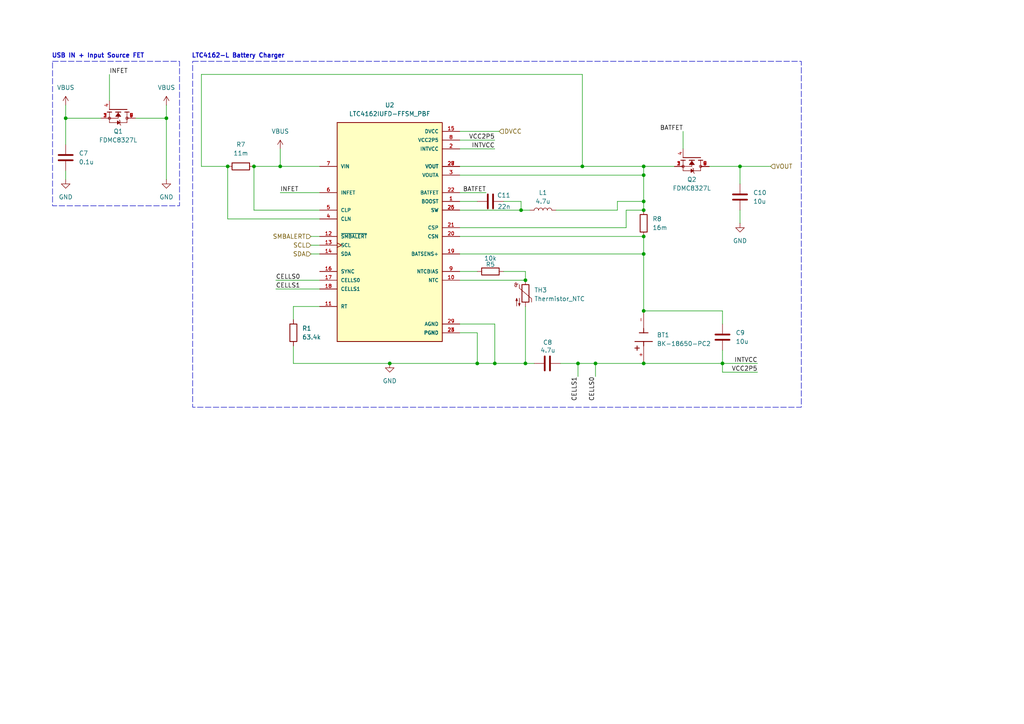
<source format=kicad_sch>
(kicad_sch (version 20250114) (generator "eeschema") (generator_version "9.0")
  (paper "A4")
  (lib_symbols
    (symbol "BK-18650-PC2:BK-18650-PC2" (pin_names (offset 1.016))
      (property "Reference" "BT" (at -3.81 3.81 0))
      (property "Value" "BK-18650-PC2" (at -3.81 -5.08 0))
      (symbol "BK-18650-PC2_0_0"
        (polyline (pts (xy -3.81 1.905) (xy -2.54 1.905)) (stroke (width 0.254)))
        (polyline (pts (xy -3.175 2.54) (xy -3.175 1.27)) (stroke (width 0.254)))
        (polyline (pts (xy -1.27 2.54) (xy -1.27 0)) (stroke (width 0.254)))
        (polyline (pts (xy -1.27 0) (xy -2.54 0)) (stroke (width 0.254)))
        (polyline (pts (xy -1.27 0) (xy -1.27 -2.54)) (stroke (width 0.254)))
        (polyline (pts (xy 1.27 1.27) (xy 1.27 0)) (stroke (width 0.254)))
        (polyline (pts (xy 1.27 0) (xy 1.27 -1.27)) (stroke (width 0.254)))
        (polyline (pts (xy 1.27 0) (xy 2.54 0)) (stroke (width 0.254)))
        (pin passive line (at -7.62 0 0) (length 5.08) (name "~") (number "+"))
        (pin passive line (at 7.62 0 180) (length 5.08) (name "~") (number "-"))
      )
    )
    (symbol "Device:C" (pin_numbers (hide yes)) (pin_names (offset 0.254))
      (property "Reference" "C" (at 0.635 2.54 0))
      (property "Value" "C" (at 0.635 -2.54 0))
      (symbol "C_0_1"
        (polyline (pts (xy -2.032 0.762) (xy 2.032 0.762)) (stroke (width 0.508)))
        (polyline (pts (xy -2.032 -0.762) (xy 2.032 -0.762)) (stroke (width 0.508)))
      )
      (symbol "C_1_1"
        (pin passive line (at 0 3.81 270) (length 2.794) (name "~") (number "1"))
        (pin passive line (at 0 -3.81 90) (length 2.794) (name "~") (number "2"))
      )
    )
    (symbol "Device:L" (pin_numbers (hide yes)) (pin_names (offset 1.016) (hide yes))
      (property "Reference" "L" (at -1.27 0 90))
      (property "Value" "L" (at 1.905 0 90))
      (symbol "L_0_1"
        (arc (start 0 2.54) (mid 0.6323 1.905) (end 0 1.27))
        (arc (start 0 1.27) (mid 0.6323 0.635) (end 0 0))
        (arc (start 0 0) (mid 0.6323 -0.635) (end 0 -1.27))
        (arc (start 0 -1.27) (mid 0.6323 -1.905) (end 0 -2.54))
      )
      (symbol "L_1_1"
        (pin passive line (at 0 3.81 270) (length 1.27) (name "1") (number "1"))
        (pin passive line (at 0 -3.81 90) (length 1.27) (name "2") (number "2"))
      )
    )
    (symbol "Device:R" (pin_numbers (hide yes)) (pin_names (offset 0))
      (property "Reference" "R" (at 2.032 0 90))
      (property "Value" "R" (at 0 0 90))
      (symbol "R_0_1"
        (rectangle (start -1.016 -2.54) (end 1.016 2.54) (stroke (width 0.254)))
      )
      (symbol "R_1_1"
        (pin passive line (at 0 3.81 270) (length 1.27) (name "~") (number "1"))
        (pin passive line (at 0 -3.81 90) (length 1.27) (name "~") (number "2"))
      )
    )
    (symbol "Device:Thermistor_NTC" (pin_numbers (hide yes)) (pin_names (offset 0))
      (property "Reference" "TH" (at -4.445 0 90))
      (property "Value" "Thermistor_NTC" (at 3.175 0 90))
      (symbol "Thermistor_NTC_0_1"
        (arc (start -3.175 2.413) (mid -3.0506 2.3165) (end -3.048 2.159))
        (arc (start -3.048 2.794) (mid -2.9736 2.9736) (end -2.794 3.048))
        (arc (start -2.794 3.048) (mid -2.6144 2.9736) (end -2.54 2.794))
        (arc (start -2.794 2.54) (mid -2.9736 2.6144) (end -3.048 2.794))
        (arc (start -2.794 1.905) (mid -2.9736 1.9794) (end -3.048 2.159))
        (arc (start -2.54 2.159) (mid -2.6144 1.9794) (end -2.794 1.905))
        (arc (start -2.159 2.794) (mid -2.434 2.5608) (end -2.794 2.54))
        (polyline (pts (xy -2.54 2.159) (xy -2.54 2.794)))
        (polyline (pts (xy -2.54 -3.683) (xy -2.54 -1.397) (xy -2.794 -2.159) (xy -2.286 -2.159) (xy -2.54 -1.397) (xy -2.54 -1.651)) (fill (type outline)))
        (polyline (pts (xy -1.778 2.54) (xy -1.778 1.524) (xy 1.778 -1.524) (xy 1.778 -2.54)))
        (polyline (pts (xy -1.778 -1.397) (xy -1.778 -3.683) (xy -2.032 -2.921) (xy -1.524 -2.921) (xy -1.778 -3.683) (xy -1.778 -3.429)) (fill (type outline)))
        (rectangle (start -1.016 2.54) (end 1.016 -2.54) (stroke (width 0.254)))
      )
      (symbol "Thermistor_NTC_1_1"
        (pin passive line (at 0 3.81 270) (length 1.27) (name "~") (number "1"))
        (pin passive line (at 0 -3.81 90) (length 1.27) (name "~") (number "2"))
      )
    )
    (symbol "FDMC8327L:FDMC8327L" (pin_names (offset 1.016))
      (property "Reference" "Q" (at -8.89 2.54 0))
      (property "Value" "FDMC8327L" (at -8.89 -7.62 0))
      (symbol "FDMC8327L_0_0"
        (polyline (pts (xy 0 2.54) (xy 0 -2.54)) (stroke (width 0.254)))
        (polyline (pts (xy 0.762 3.175) (xy 0.762 2.54)) (stroke (width 0.254)))
        (polyline (pts (xy 0.762 2.54) (xy 0.762 1.905)) (stroke (width 0.254)))
        (polyline (pts (xy 0.762 2.54) (xy 3.81 2.54)) (stroke (width 0.1524)))
        (polyline (pts (xy 0.762 0.762) (xy 0.762 0)) (stroke (width 0.254)))
        (polyline (pts (xy 0.762 0) (xy 0.762 -0.762)) (stroke (width 0.254)))
        (polyline (pts (xy 0.762 0) (xy 2.54 0)) (stroke (width 0.1524)))
        (polyline (pts (xy 0.762 -1.905) (xy 0.762 -2.54)) (stroke (width 0.254)))
        (polyline (pts (xy 0.762 -2.54) (xy 0.762 -3.175)) (stroke (width 0.254)))
        (polyline (pts (xy 1.016 0) (xy 2.032 0.762) (xy 2.032 -0.762) (xy 1.016 0)) (stroke (width 0.1524)) (fill (type outline)))
        (circle (center 2.54 2.54) (radius 0.3592))
        (polyline (pts (xy 2.54 0) (xy 2.54 -2.54)) (stroke (width 0.1524)))
        (polyline (pts (xy 2.54 -2.54) (xy 0.762 -2.54)) (stroke (width 0.1524)))
        (polyline (pts (xy 2.54 -2.54) (xy 3.81 -2.54)) (stroke (width 0.1524)))
        (circle (center 2.54 -2.54) (radius 0.3592))
        (polyline (pts (xy 3.302 0.508) (xy 3.048 0.254)) (stroke (width 0.1524)))
        (polyline (pts (xy 3.81 2.54) (xy 3.81 0.508)) (stroke (width 0.1524)))
        (polyline (pts (xy 3.81 0.508) (xy 3.302 0.508)) (stroke (width 0.1524)))
        (polyline (pts (xy 3.81 0.508) (xy 3.81 -2.54)) (stroke (width 0.1524)))
        (polyline (pts (xy 3.81 0.508) (xy 3.302 -0.254) (xy 4.318 -0.254) (xy 3.81 0.508)) (stroke (width 0.1524)) (fill (type outline)))
        (polyline (pts (xy 4.318 0.508) (xy 3.81 0.508)) (stroke (width 0.1524)))
        (polyline (pts (xy 4.572 0.762) (xy 4.318 0.508)) (stroke (width 0.1524)))
        (pin passive line (at -2.54 -2.54 0) (length 2.54) (name "~") (number "4"))
        (pin passive line (at 2.54 5.08 270) (length 2.54) (name "~") (number "5"))
        (pin passive line (at 2.54 5.08 270) (length 2.54) (name "~") (number "6"))
        (pin passive line (at 2.54 5.08 270) (length 2.54) (name "~") (number "7"))
        (pin passive line (at 2.54 5.08 270) (length 2.54) (name "~") (number "8"))
        (pin passive line (at 2.54 5.08 270) (length 2.54) (name "~") (number "9"))
        (pin passive line (at 2.54 -5.08 90) (length 2.54) (name "~") (number "1"))
        (pin passive line (at 2.54 -5.08 90) (length 2.54) (name "~") (number "2"))
        (pin passive line (at 2.54 -5.08 90) (length 2.54) (name "~") (number "3"))
      )
    )
    (symbol "LTC4162IUFD-FFSM_PBF:LTC4162IUFD-FFSM_PBF" (pin_names (offset 1.016))
      (property "Reference" "U" (at -15.24 31.242 0))
      (property "Value" "LTC4162IUFD-FFSM_PBF" (at -15.24 -35.56 0))
      (symbol "LTC4162IUFD-FFSM_PBF_0_0"
        (rectangle (start -15.24 -33.02) (end 15.24 30.48) (stroke (width 0.254)) (fill (type background)))
        (pin input line (at -20.32 17.78 0) (length 5.08) (name "VIN") (number "7"))
        (pin output line (at -20.32 10.16 0) (length 5.08) (name "INFET") (number "6"))
        (pin input line (at -20.32 5.08 0) (length 5.08) (name "CLP") (number "5"))
        (pin input line (at -20.32 2.54 0) (length 5.08) (name "CLN") (number "4"))
        (pin output line (at -20.32 -2.54 0) (length 5.08) (name "~{SMBALERT}") (number "12"))
        (pin input clock (at -20.32 -5.08 0) (length 5.08) (name "SCL") (number "13"))
        (pin bidirectional line (at -20.32 -7.62 0) (length 5.08) (name "SDA") (number "14"))
        (pin input line (at -20.32 -12.7 0) (length 5.08) (name "SYNC") (number "16"))
        (pin input line (at -20.32 -15.24 0) (length 5.08) (name "CELLS0") (number "17"))
        (pin input line (at -20.32 -17.78 0) (length 5.08) (name "CELLS1") (number "18"))
        (pin passive line (at -20.32 -22.86 0) (length 5.08) (name "RT") (number "11"))
        (pin power_in line (at 20.32 27.94 180) (length 5.08) (name "DVCC") (number "15"))
        (pin power_in line (at 20.32 25.4 180) (length 5.08) (name "VCC2P5") (number "8"))
        (pin power_in line (at 20.32 22.86 180) (length 5.08) (name "INTVCC") (number "2"))
        (pin output line (at 20.32 17.78 180) (length 5.08) (name "VOUT") (number "27"))
        (pin output line (at 20.32 17.78 180) (length 5.08) (name "VOUT") (number "28"))
        (pin output line (at 20.32 15.24 180) (length 5.08) (name "VOUTA") (number "3"))
        (pin input line (at 20.32 10.16 180) (length 5.08) (name "BATFET") (number "22"))
        (pin passive line (at 20.32 7.62 180) (length 5.08) (name "BOOST") (number "1"))
        (pin bidirectional line (at 20.32 5.08 180) (length 5.08) (name "SW") (number "25"))
        (pin bidirectional line (at 20.32 5.08 180) (length 5.08) (name "SW") (number "26"))
        (pin input line (at 20.32 0 180) (length 5.08) (name "CSP") (number "21"))
        (pin input line (at 20.32 -2.54 180) (length 5.08) (name "CSN") (number "20"))
        (pin passive line (at 20.32 -7.62 180) (length 5.08) (name "BATSENS+") (number "19"))
        (pin output line (at 20.32 -12.7 180) (length 5.08) (name "NTCBIAS") (number "9"))
        (pin input line (at 20.32 -15.24 180) (length 5.08) (name "NTC") (number "10"))
        (pin power_in line (at 20.32 -27.94 180) (length 5.08) (name "AGND") (number "29"))
        (pin power_in line (at 20.32 -30.48 180) (length 5.08) (name "PGND") (number "23"))
        (pin power_in line (at 20.32 -30.48 180) (length 5.08) (name "PGND") (number "24"))
      )
    )
    (symbol "power:GND" (power) (pin_numbers (hide yes)) (pin_names (offset 0) (hide yes))
      (property "Value" "GND" (at 0 -3.81 0))
      (symbol "GND_0_1"
        (polyline (pts (xy 0 0) (xy 0 -1.27) (xy 1.27 -1.27) (xy 0 -2.54) (xy -1.27 -1.27) (xy 0 -1.27)))
      )
      (symbol "GND_1_1"
        (pin power_in line (at 0 0 270) (length 0) (name "~") (number "1"))
      )
    )
    (symbol "power:VBUS" (power) (pin_numbers (hide yes)) (pin_names (offset 0) (hide yes))
      (property "Value" "VBUS" (at 0 3.556 0))
      (symbol "VBUS_0_1"
        (polyline (pts (xy -0.762 1.27) (xy 0 2.54)))
        (polyline (pts (xy 0 2.54) (xy 0.762 1.27)))
        (polyline (pts (xy 0 0) (xy 0 2.54)))
      )
      (symbol "VBUS_1_1"
        (pin power_in line (at 0 0 90) (length 0) (name "~") (number "1"))
      )
    )
  )
  (rectangle (start 55.88 17.78) (end 232.41 118.11) (stroke (width 0) (type dash)))
  (rectangle (start 15.24 17.78) (end 52.07 59.69) (stroke (width 0) (type dash)))
  (text "LTC4162-L Battery Charger" (at 69.088 16.256 0) (effects (font (size 1.27 1.27) (thickness 0.254) (bold yes))))
  (text "USB IN + Input Source FET" (at 28.448 16.256 0) (effects (font (size 1.27 1.27) (thickness 0.254) (bold yes))))
  (junction (at 138.43 105.41))
  (junction (at 73.66 48.26))
  (junction (at 113.03 105.41))
  (junction (at 81.28 48.26))
  (junction (at 152.4 105.41))
  (junction (at 172.72 105.41))
  (junction (at 151.13 60.96))
  (junction (at 152.4 81.28))
  (junction (at 186.69 58.42))
  (junction (at 143.51 105.41))
  (junction (at 186.69 68.58))
  (junction (at 167.64 105.41))
  (junction (at 209.55 105.41))
  (junction (at 186.69 73.66))
  (junction (at 186.69 48.26))
  (junction (at 214.63 48.26))
  (junction (at 19.05 34.29))
  (junction (at 168.91 48.26))
  (junction (at 48.26 34.29))
  (junction (at 186.69 60.96))
  (junction (at 186.69 50.8))
  (junction (at 186.69 105.41))
  (junction (at 66.04 48.26))
  (junction (at 186.69 90.17))
  (wire (pts (xy 90.17 71.12) (xy 92.71 71.12)))
  (wire (pts (xy 152.4 88.9) (xy 152.4 105.41)))
  (wire (pts (xy 167.64 105.41) (xy 167.64 109.22)))
  (wire (pts (xy 186.69 90.17) (xy 209.55 90.17)))
  (wire (pts (xy 81.28 43.18) (xy 81.28 48.26)))
  (wire (pts (xy 133.35 50.8) (xy 186.69 50.8)))
  (wire (pts (xy 186.69 50.8) (xy 186.69 48.26)))
  (wire (pts (xy 209.55 105.41) (xy 209.55 107.95)))
  (wire (pts (xy 81.28 55.88) (xy 92.71 55.88)))
  (wire (pts (xy 146.05 78.74) (xy 152.4 78.74)))
  (wire (pts (xy 66.04 63.5) (xy 66.04 48.26)))
  (wire (pts (xy 143.51 93.98) (xy 143.51 105.41)))
  (wire (pts (xy 133.35 58.42) (xy 138.43 58.42)))
  (wire (pts (xy 48.26 34.29) (xy 48.26 30.48)))
  (wire (pts (xy 19.05 49.53) (xy 19.05 52.07)))
  (wire (pts (xy 168.91 21.59) (xy 168.91 48.26)))
  (wire (pts (xy 181.61 60.96) (xy 186.69 60.96)))
  (wire (pts (xy 133.35 48.26) (xy 168.91 48.26)))
  (wire (pts (xy 209.55 105.41) (xy 186.69 105.41)))
  (wire (pts (xy 172.72 105.41) (xy 186.69 105.41)))
  (wire (pts (xy 19.05 34.29) (xy 19.05 41.91)))
  (wire (pts (xy 167.64 105.41) (xy 172.72 105.41)))
  (wire (pts (xy 58.42 48.26) (xy 58.42 21.59)))
  (wire (pts (xy 152.4 78.74) (xy 152.4 81.28)))
  (wire (pts (xy 181.61 66.04) (xy 181.61 60.96)))
  (wire (pts (xy 66.04 48.26) (xy 58.42 48.26)))
  (wire (pts (xy 214.63 60.96) (xy 214.63 64.77)))
  (wire (pts (xy 214.63 48.26) (xy 214.63 53.34)))
  (wire (pts (xy 133.35 60.96) (xy 151.13 60.96)))
  (wire (pts (xy 48.26 34.29) (xy 48.26 52.07)))
  (wire (pts (xy 90.17 73.66) (xy 92.71 73.66)))
  (wire (pts (xy 133.35 81.28) (xy 152.4 81.28)))
  (wire (pts (xy 209.55 101.6) (xy 209.55 105.41)))
  (wire (pts (xy 151.13 58.42) (xy 151.13 60.96)))
  (wire (pts (xy 143.51 105.41) (xy 138.43 105.41)))
  (wire (pts (xy 179.07 60.96) (xy 179.07 58.42)))
  (wire (pts (xy 92.71 63.5) (xy 66.04 63.5)))
  (wire (pts (xy 214.63 48.26) (xy 223.52 48.26)))
  (wire (pts (xy 172.72 105.41) (xy 172.72 109.22)))
  (wire (pts (xy 81.28 48.26) (xy 92.71 48.26)))
  (wire (pts (xy 19.05 30.48) (xy 19.05 34.29)))
  (wire (pts (xy 186.69 73.66) (xy 186.69 90.17)))
  (wire (pts (xy 133.35 93.98) (xy 143.51 93.98)))
  (wire (pts (xy 85.09 105.41) (xy 113.03 105.41)))
  (wire (pts (xy 186.69 48.26) (xy 195.58 48.26)))
  (wire (pts (xy 146.05 58.42) (xy 151.13 58.42)))
  (wire (pts (xy 80.01 83.82) (xy 92.71 83.82)))
  (wire (pts (xy 133.35 66.04) (xy 181.61 66.04)))
  (wire (pts (xy 179.07 58.42) (xy 186.69 58.42)))
  (wire (pts (xy 58.42 21.59) (xy 168.91 21.59)))
  (wire (pts (xy 73.66 60.96) (xy 73.66 48.26)))
  (wire (pts (xy 39.37 34.29) (xy 48.26 34.29)))
  (wire (pts (xy 73.66 48.26) (xy 81.28 48.26)))
  (wire (pts (xy 85.09 100.33) (xy 85.09 105.41)))
  (wire (pts (xy 133.35 96.52) (xy 138.43 96.52)))
  (wire (pts (xy 144.78 38.1) (xy 133.35 38.1)))
  (wire (pts (xy 162.56 105.41) (xy 167.64 105.41)))
  (wire (pts (xy 92.71 88.9) (xy 85.09 88.9)))
  (wire (pts (xy 138.43 105.41) (xy 113.03 105.41)))
  (wire (pts (xy 133.35 73.66) (xy 186.69 73.66)))
  (wire (pts (xy 186.69 58.42) (xy 186.69 50.8)))
  (wire (pts (xy 161.29 60.96) (xy 179.07 60.96)))
  (wire (pts (xy 31.75 21.59) (xy 31.75 29.21)))
  (wire (pts (xy 209.55 90.17) (xy 209.55 93.98)))
  (wire (pts (xy 133.35 43.18) (xy 143.51 43.18)))
  (wire (pts (xy 138.43 96.52) (xy 138.43 105.41)))
  (wire (pts (xy 90.17 68.58) (xy 92.71 68.58)))
  (wire (pts (xy 92.71 60.96) (xy 73.66 60.96)))
  (wire (pts (xy 80.01 81.28) (xy 92.71 81.28)))
  (wire (pts (xy 133.35 78.74) (xy 138.43 78.74)))
  (wire (pts (xy 198.12 38.1) (xy 198.12 43.18)))
  (wire (pts (xy 133.35 68.58) (xy 186.69 68.58)))
  (wire (pts (xy 19.05 34.29) (xy 29.21 34.29)))
  (wire (pts (xy 186.69 60.96) (xy 186.69 58.42)))
  (wire (pts (xy 143.51 105.41) (xy 152.4 105.41)))
  (wire (pts (xy 219.71 105.41) (xy 209.55 105.41)))
  (wire (pts (xy 186.69 73.66) (xy 186.69 68.58)))
  (wire (pts (xy 133.35 55.88) (xy 140.97 55.88)))
  (wire (pts (xy 85.09 88.9) (xy 85.09 92.71)))
  (wire (pts (xy 219.71 107.95) (xy 209.55 107.95)))
  (wire (pts (xy 152.4 105.41) (xy 154.94 105.41)))
  (wire (pts (xy 151.13 60.96) (xy 153.67 60.96)))
  (wire (pts (xy 205.74 48.26) (xy 214.63 48.26)))
  (wire (pts (xy 133.35 40.64) (xy 143.51 40.64)))
  (wire (pts (xy 168.91 48.26) (xy 186.69 48.26)))
  (label "INFET" (at 81.28 55.88 0))
  (label "CELLS0" (at 80.01 81.28 0))
  (label "CELLS0" (at 172.72 109.22 270))
  (label "INFET" (at 31.75 21.59 0))
  (label "INTVCC" (at 219.71 105.41 180))
  (label "BATFET" (at 198.12 38.1 180))
  (label "CELLS1" (at 167.64 109.22 270))
  (label "VCC2P5" (at 143.51 40.64 180))
  (label "VCC2P5" (at 219.71 107.95 180))
  (label "CELLS1" (at 80.01 83.82 0))
  (label "BATFET" (at 140.97 55.88 180))
  (label "INTVCC" (at 143.51 43.18 180))
  (hierarchical_label "SCL" (shape input) (at 90.17 71.12 180))
  (hierarchical_label "DVCC" (shape input) (at 144.78 38.1 0))
  (hierarchical_label "SMBALERT" (shape input) (at 90.17 68.58 180))
  (hierarchical_label "SDA" (shape input) (at 90.17 73.66 180))
  (hierarchical_label "VOUT" (shape input) (at 223.52 48.26 0))
  (symbol (lib_id "Device:C") (at 19.05 45.72 0) (unit 1)
    (property "Reference" "C7" (at 22.86 44.4499 0) (effects (justify left)))
    (property "Value" "0.1u" (at 22.86 46.9899 0) (effects (justify left)))
    (property "Description" "Unpolarized capacitor" (effects (hide yes)))
  )
  (symbol (lib_id "Device:R") (at 186.69 64.77 180) (unit 1)
    (property "Reference" "R8" (at 189.23 63.4999 0) (effects (justify right)))
    (property "Value" "16m" (at 189.23 66.0399 0) (effects (justify right)))
    (property "Description" "Resistor" (effects (hide yes)))
  )
  (symbol (lib_id "FDMC8327L:FDMC8327L") (at 200.66 45.72 270) (unit 1)
    (property "Reference" "Q2" (at 200.66 52.07 90))
    (property "Value" "FDMC8327L" (at 200.66 54.61 90))
    (property "Footprint" "FDMC8327L:TRANS_FDMC8327L" (effects (hide yes)))
    (property "MF" "Fairchild Semiconductor" (effects (hide yes)))
    (property "DESCRIPTION" "MOSFET Transistor, N Channel, 14 A, 40 V, 0.0074 ohm, 10 V, 1.7 V" (effects (hide yes)))
    (property "PACKAGE" "PowerWDFN-8 ON Semiconductor" (effects (hide yes)))
    (property "PRICE" "None" (effects (hide yes)))
    (property "Package" "None" (effects (hide yes)))
    (property "Check_prices" "https://www.snapeda.com/parts/FDMC8327L/Fairchild+Imaging/view-part/?ref=eda" (effects (hide yes)))
    (property "STANDARD" "Manufacturer Recommendation" (effects (hide yes)))
    (property "SnapEDA_Link" "https://www.snapeda.com/parts/FDMC8327L/Fairchild+Imaging/view-part/?ref=snap" (effects (hide yes)))
    (property "MP" "FDMC8327L" (effects (hide yes)))
    (property "Price" "None" (effects (hide yes)))
    (property "Availability" "In Stock" (effects (hide yes)))
    (property "AVAILABILITY" "Unavailable" (effects (hide yes)))
    (property "Description_1" "N-Channel 40 V 12A (Ta), 14A (Tc) 2.3W (Ta), 30W (Tc) Surface Mount 8-MLP (3.3x3.3)" (effects (hide yes)))
  )
  (symbol (lib_id "Device:C") (at 214.63 57.15 0) (unit 1)
    (property "Reference" "C10" (at 218.44 55.8799 0) (effects (justify left)))
    (property "Value" "10u" (at 218.44 58.4199 0) (effects (justify left)))
    (property "Description" "Unpolarized capacitor" (effects (hide yes)))
  )
  (symbol (lib_id "Device:C") (at 209.55 97.79 0) (unit 1)
    (property "Reference" "C9" (at 213.36 96.5199 0) (effects (justify left)))
    (property "Value" "10u" (at 213.36 99.0599 0) (effects (justify left)))
    (property "Description" "Unpolarized capacitor" (effects (hide yes)))
  )
  (symbol (lib_id "BK-18650-PC2:BK-18650-PC2") (at 186.69 97.79 90) (unit 1)
    (property "Reference" "BT1" (at 190.5 97.1549 90) (effects (justify right)))
    (property "Value" "BK-18650-PC2" (at 190.5 99.6949 90) (effects (justify right)))
    (property "Footprint" "BK-18650-PC2:BAT_BK-18650-PC2" (effects (hide yes)))
    (property "MF" "MPD (Memory" (effects (hide yes)))
    (property "MAXIMUM_PACKAGE_HEIGHT" "21.41 mm" (effects (hide yes)))
    (property "Package" "DFN-14 MPD (Memory Protection Devices)" (effects (hide yes)))
    (property "Price" "None" (effects (hide yes)))
    (property "Check_prices" "https://www.snapeda.com/parts/BK-18650-PC2/MPD/view-part/?ref=eda" (effects (hide yes)))
    (property "STANDARD" "Manufacturer Recommendations" (effects (hide yes)))
    (property "PARTREV" "F" (effects (hide yes)))
    (property "SnapEDA_Link" "https://www.snapeda.com/parts/BK-18650-PC2/MPD/view-part/?ref=snap" (effects (hide yes)))
    (property "MP" "BK-18650-PC2" (effects (hide yes)))
    (property "Description_1" "Battery Holder (Open) 18650 1 Cell PC Pin" (effects (hide yes)))
    (property "Availability" "In Stock" (effects (hide yes)))
    (property "MANUFACTURER" "MPD" (effects (hide yes)))
  )
  (symbol (lib_id "FDMC8327L:FDMC8327L") (at 34.29 31.75 270) (unit 1)
    (property "Reference" "Q1" (at 34.29 38.1 90))
    (property "Value" "FDMC8327L" (at 34.29 40.64 90))
    (property "Footprint" "FDMC8327L:TRANS_FDMC8327L" (effects (hide yes)))
    (property "MF" "Fairchild Semiconductor" (effects (hide yes)))
    (property "DESCRIPTION" "MOSFET Transistor, N Channel, 14 A, 40 V, 0.0074 ohm, 10 V, 1.7 V" (effects (hide yes)))
    (property "PACKAGE" "PowerWDFN-8 ON Semiconductor" (effects (hide yes)))
    (property "PRICE" "None" (effects (hide yes)))
    (property "Package" "None" (effects (hide yes)))
    (property "Check_prices" "https://www.snapeda.com/parts/FDMC8327L/Fairchild+Imaging/view-part/?ref=eda" (effects (hide yes)))
    (property "STANDARD" "Manufacturer Recommendation" (effects (hide yes)))
    (property "SnapEDA_Link" "https://www.snapeda.com/parts/FDMC8327L/Fairchild+Imaging/view-part/?ref=snap" (effects (hide yes)))
    (property "MP" "FDMC8327L" (effects (hide yes)))
    (property "Price" "None" (effects (hide yes)))
    (property "Availability" "In Stock" (effects (hide yes)))
    (property "AVAILABILITY" "Unavailable" (effects (hide yes)))
    (property "Description_1" "N-Channel 40 V 12A (Ta), 14A (Tc) 2.3W (Ta), 30W (Tc) Surface Mount 8-MLP (3.3x3.3)" (effects (hide yes)))
  )
  (symbol (lib_id "power:GND") (at 113.03 105.41 0) (unit 1)
    (property "Reference" "#PWR010" (effects (hide yes)))
    (property "Value" "GND" (at 113.03 110.49 0))
    (property "Description" "Power symbol creates a global label with name \"GND\" , ground" (effects (hide yes)))
  )
  (symbol (lib_id "power:VBUS") (at 19.05 30.48 0) (unit 1)
    (property "Reference" "#PWR01" (effects (hide yes)))
    (property "Value" "VBUS" (at 19.05 25.4 0))
    (property "Description" "Power symbol creates a global label with name \"VBUS\"" (effects (hide yes)))
  )
  (symbol (lib_id "Device:R") (at 85.09 96.52 0) (unit 1)
    (property "Reference" "R1" (at 87.63 95.2499 0) (effects (justify left)))
    (property "Value" "63.4k" (at 87.63 97.7899 0) (effects (justify left)))
    (property "Description" "Resistor" (effects (hide yes)))
  )
  (symbol (lib_id "power:GND") (at 48.26 52.07 0) (unit 1)
    (property "Reference" "#PWR09" (effects (hide yes)))
    (property "Value" "GND" (at 48.26 57.15 0))
    (property "Description" "Power symbol creates a global label with name \"GND\" , ground" (effects (hide yes)))
  )
  (symbol (lib_id "LTC4162IUFD-FFSM_PBF:LTC4162IUFD-FFSM_PBF") (at 113.03 66.04 0) (unit 1)
    (property "Reference" "U2" (at 113.03 30.48 0))
    (property "Value" "LTC4162IUFD-FFSM_PBF" (at 113.03 33.02 0))
    (property "Footprint" "LTC4162IUFD-FFSM_PBF:QFN50P500X400X80-29N" (effects (hide yes)))
    (property "MF" "Analog Devices" (effects (hide yes)))
    (property "Description_1" "35V/3.2A Multi-Cell LiFePO4 Step-Down Battery Charger with PowerPath and I2C Telemetry" (effects (hide yes)))
    (property "Package" "QFN -28 Analog Devices" (effects (hide yes)))
    (property "Price" "None" (effects (hide yes)))
    (property "Check_prices" "https://www.snapeda.com/parts/LTC4162IUFD-FFSM%23PBF/Analog+Devices/view-part/?ref=eda" (effects (hide yes)))
    (property "STANDARD" "IPC-7351B" (effects (hide yes)))
    (property "PARTREV" "A" (effects (hide yes)))
    (property "SnapEDA_Link" "https://www.snapeda.com/parts/LTC4162IUFD-FFSM%23PBF/Analog+Devices/view-part/?ref=snap" (effects (hide yes)))
    (property "MP" "LTC4162IUFD-FFSM#PBF" (effects (hide yes)))
    (property "Availability" "In Stock" (effects (hide yes)))
    (property "MANUFACTURER" "Analog Devices" (effects (hide yes)))
  )
  (symbol (lib_id "Device:R") (at 69.85 48.26 90) (unit 1)
    (property "Reference" "R7" (at 69.85 41.91 90))
    (property "Value" "11m" (at 69.85 44.45 90))
    (property "Description" "Resistor" (effects (hide yes)))
  )
  (symbol (lib_id "Device:R") (at 142.24 78.74 90) (unit 1)
    (property "Reference" "R5" (at 142.24 76.708 90))
    (property "Value" "10k" (at 142.24 74.93 90))
    (property "Description" "Resistor" (effects (hide yes)))
  )
  (symbol (lib_id "Device:L") (at 157.48 60.96 90) (unit 1)
    (property "Reference" "L1" (at 157.48 55.88 90))
    (property "Value" "4.7u" (at 157.48 58.42 90))
    (property "Description" "Inductor" (effects (hide yes)))
  )
  (symbol (lib_id "power:VBUS") (at 48.26 30.48 0) (unit 1)
    (property "Reference" "#PWR02" (effects (hide yes)))
    (property "Value" "VBUS" (at 48.26 25.4 0))
    (property "Description" "Power symbol creates a global label with name \"VBUS\"" (effects (hide yes)))
  )
  (symbol (lib_id "power:GND") (at 214.63 64.77 0) (unit 1)
    (property "Reference" "#PWR011" (effects (hide yes)))
    (property "Value" "GND" (at 214.63 69.85 0))
    (property "Description" "Power symbol creates a global label with name \"GND\" , ground" (effects (hide yes)))
  )
  (symbol (lib_id "Device:C") (at 158.75 105.41 270) (mirror x) (unit 1)
    (property "Reference" "C8" (at 157.48 99.314 90) (effects (justify left)))
    (property "Value" "4.7u" (at 156.718 101.6 90) (effects (justify left)))
    (property "Description" "Unpolarized capacitor" (effects (hide yes)))
  )
  (symbol (lib_id "Device:C") (at 142.24 58.42 90) (unit 1)
    (property "Reference" "C11" (at 148.082 56.642 90) (effects (justify left)))
    (property "Value" "22n" (at 148.082 59.944 90) (effects (justify left)))
    (property "Description" "Unpolarized capacitor" (effects (hide yes)))
  )
  (symbol (lib_id "power:VBUS") (at 81.28 43.18 0) (unit 1)
    (property "Reference" "#PWR04" (effects (hide yes)))
    (property "Value" "VBUS" (at 81.28 38.1 0))
    (property "Description" "Power symbol creates a global label with name \"VBUS\"" (effects (hide yes)))
  )
  (symbol (lib_id "Device:Thermistor_NTC") (at 152.4 85.09 0) (unit 1)
    (property "Reference" "TH3" (at 154.94 84.1374 0) (effects (justify left)))
    (property "Value" "Thermistor_NTC" (at 154.94 86.6774 0) (effects (justify left)))
    (property "Description" "Temperature dependent resistor, negative temperature coefficient" (effects (hide yes)))
  )
  (symbol (lib_id "power:GND") (at 19.05 52.07 0) (unit 1)
    (property "Reference" "#PWR08" (effects (hide yes)))
    (property "Value" "GND" (at 19.05 57.15 0))
    (property "Description" "Power symbol creates a global label with name \"GND\" , ground" (effects (hide yes)))
  )
)
</source>
